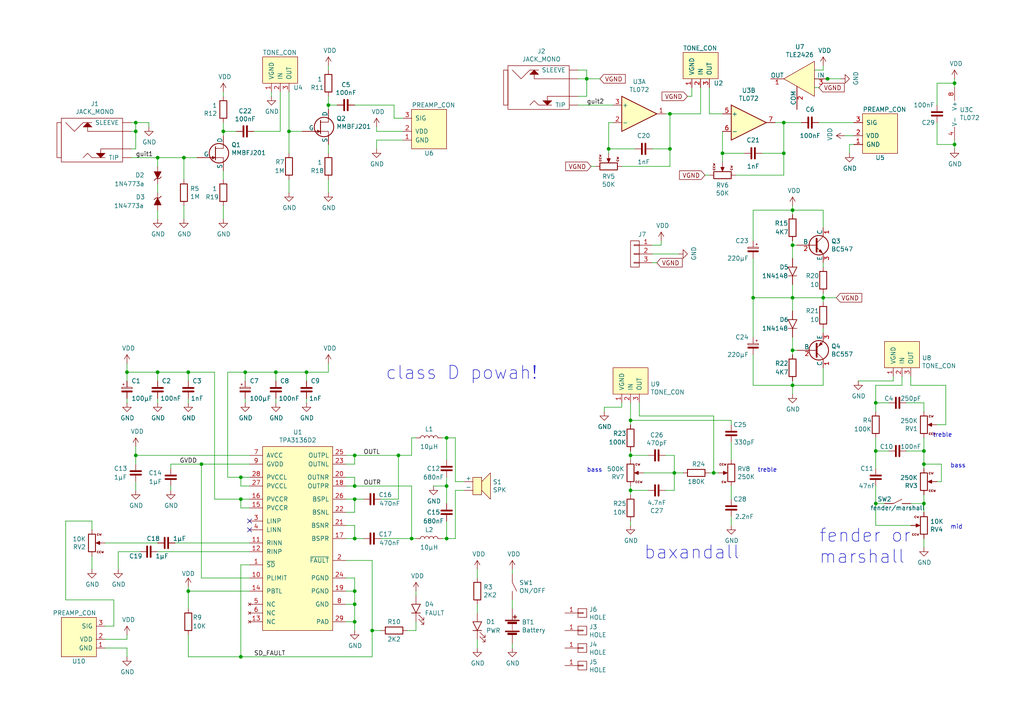
<source format=kicad_sch>
(kicad_sch (version 20211123) (generator eeschema)
  (paper "A4")
  (title_block (title "myAmp - the beginning"))
  (lib_symbols
    (symbol "myAmp:1N4148" (pin_numbers hide) (pin_names (offset 1.016) hide)
      (property "Reference" "D" (at 0 2.54 0))
      (property "Value" "1N4148" (at 0 -2.54 0))
      (symbol "1N4148_1_1"
        (pin passive line (at -3.81 0 0) (length 2.54) (name "K") (number "1"))
        (pin passive line (at 3.81 0 180) (length 2.54) (name "A") (number "2"))
      )
    )
    (symbol "myAmp:BC547" (pin_names (offset 0))
      (property "Reference" "Q" (at 5.08 1.905 0))
      (property "Value" "BC547" (at 5.08 0 0))
      (symbol "BC547_1_1"
        (pin passive line (at 2.54 5.08 270) (length 2.54) (name "C") (number "1"))
        (pin input line (at -5.08 0 0) (length 5.08) (name "B") (number "2"))
        (pin passive line (at 2.54 -5.08 90) (length 2.54) (name "E") (number "3"))
      )
    )
    (symbol "myAmp:BC557" (pin_names (offset 0))
      (property "Reference" "Q" (at 5.08 1.905 0))
      (property "Value" "BC557" (at 5.08 0 0))
      (symbol "BC557_1_1"
        (pin passive line (at 2.54 5.08 270) (length 2.54) (name "C") (number "1"))
        (pin input line (at -5.08 0 0) (length 5.715) (name "B") (number "2"))
        (pin passive line (at 2.54 -5.08 90) (length 2.54) (name "E") (number "3"))
      )
    )
    (symbol "myAmp:Battery" (pin_numbers hide) (pin_names (offset 0) hide)
      (property "Reference" "BT" (at 2.54 2.54 0))
      (property "Value" "Battery" (at 2.54 0 0))
      (symbol "Battery_1_1"
        (pin power_in line (at 0 5.08 270) (length 2.54) (name "+") (number "1"))
        (pin power_in line (at 0 -5.08 90) (length 2.54) (name "-") (number "2"))
      )
    )
    (symbol "myAmp:C" (pin_numbers hide) (pin_names (offset 0.254))
      (property "Reference" "C" (at 0.635 2.54 0))
      (property "Value" "C" (at 0.635 -2.54 0))
      (symbol "C_1_1"
        (pin passive line (at 0 2.54 270) (length 1.778) (name "~") (number "1"))
        (pin passive line (at 0 -2.54 90) (length 1.778) (name "~") (number "2"))
      )
    )
    (symbol "myAmp:CONN_01X03" (pin_names (offset 1.016) hide)
      (property "Reference" "J" (at 0 7.62 0))
      (symbol "CONN_01X03_1_1"
        (pin passive line (at -5.08 2.54 0) (length 3.81) (name "~") (number "1"))
        (pin passive line (at -5.08 0 0) (length 3.81) (name "~") (number "2"))
        (pin passive line (at -5.08 -2.54 0) (length 3.81) (name "~") (number "3"))
      )
    )
    (symbol "myAmp:CPOL" (pin_numbers hide) (pin_names (offset 0.254) hide)
      (property "Reference" "C" (at 0.254 1.778 0))
      (property "Value" "CPOL" (at 0.254 -2.032 0))
      (symbol "CPOL_1_1"
        (pin passive line (at 0 2.54 270) (length 1.8542) (name "~") (number "1"))
        (pin passive line (at 0 -2.54 90) (length 1.8542) (name "~") (number "2"))
      )
    )
    (symbol "myAmp:HOLE" (pin_names (offset 1.016) hide)
      (property "Reference" "J" (at 0 2.54 0))
      (property "Value" "HOLE" (at 2.54 0 90))
      (symbol "HOLE_1_1"
        (pin passive line (at -5.08 0 0) (length 3.81) (name "P1") (number "1"))
      )
    )
    (symbol "myAmp:J201" (pin_numbers hide) (pin_names (offset 0))
      (property "Reference" "Q" (at 5.08 1.905 0))
      (property "Value" "J201" (at 5.08 0 0))
      (symbol "J201_1_1"
        (pin passive line (at 2.54 5.08 270) (length 2.54) (name "D") (number "1"))
        (pin passive line (at 2.54 -5.08 90) (length 2.54) (name "S") (number "2"))
        (pin input line (at -5.08 -1.27 0) (length 5.334) (name "G") (number "3"))
      )
    )
    (symbol "myAmp:JACK_MONO" (pin_numbers hide) (pin_names (offset 1.016))
      (property "Reference" "J" (at 6.35 7.62 0))
      (property "Value" "JACK_MONO" (at -5.08 7.62 0))
      (symbol "JACK_MONO_1_1"
        (pin output line (at 10.16 2.54 180) (length 2.54) (name "~") (number "1"))
        (pin output line (at 10.16 -2.54 180) (length 2.54) (name "~") (number "3"))
        (pin output line (at 10.16 5.08 180) (length 2.54) (name "SLEEVE") (number "4"))
        (pin output line (at 10.16 -5.08 180) (length 2.54) (name "TIP") (number "6"))
      )
    )
    (symbol "myAmp:L" (pin_numbers hide) (pin_names (offset 1.016) hide)
      (property "Reference" "L" (at -1.27 0 90))
      (property "Value" "L" (at 1.905 0 90))
      (symbol "L_1_1"
        (pin passive line (at 0 3.81 270) (length 1.27) (name "1") (number "1"))
        (pin passive line (at 0 -3.81 90) (length 1.27) (name "2") (number "2"))
      )
    )
    (symbol "myAmp:LED" (pin_numbers hide) (pin_names (offset 1.016) hide)
      (property "Reference" "D" (at 0 2.54 0))
      (property "Value" "LED" (at 0 -2.54 0))
      (symbol "LED_1_1"
        (pin passive line (at -3.81 0 0) (length 2.54) (name "K") (number "1"))
        (pin passive line (at 3.81 0 180) (length 2.54) (name "A") (number "2"))
      )
    )
    (symbol "myAmp:PREAMP_CON" (pin_names (offset 1.016))
      (property "Reference" "U" (at -2.54 -7.62 0))
      (property "Value" "PREAMP_CON" (at -1.27 6.35 0))
      (symbol "PREAMP_CON_1_1"
        (pin input line (at -7.62 2.54 0) (length 2.54) (name "GND") (number "1"))
        (pin power_in line (at -7.62 0 0) (length 2.54) (name "VDD") (number "2"))
        (pin input line (at -7.62 -3.81 0) (length 2.54) (name "SIG") (number "3"))
      )
    )
    (symbol "myAmp:R" (pin_numbers hide) (pin_names (offset 0))
      (property "Reference" "R" (at 2.032 0 90))
      (property "Value" "R" (at 0 0 90))
      (symbol "R_1_1"
        (pin passive line (at 0 3.81 270) (length 1.27) (name "~") (number "1"))
        (pin passive line (at 0 -3.81 90) (length 1.27) (name "~") (number "2"))
      )
    )
    (symbol "myAmp:R_POT" (pin_numbers hide) (pin_names (offset 1.016) hide)
      (property "Reference" "RV" (at -4.445 0 90))
      (property "Value" "R_POT" (at -2.54 0 90))
      (symbol "R_POT_0_0"
        (text "ccw" (at 1.27 2.54 0) (effects (font (size 0.762 0.762)) (justify left)))
        (text "cw" (at 1.27 -2.54 0) (effects (font (size 0.762 0.762)) (justify left)))
      )
      (symbol "R_POT_1_1"
        (pin passive line (at 0 3.81 270) (length 1.27) (name "1") (number "1"))
        (pin passive line (at 3.81 0 180) (length 2.032) (name "2") (number "2"))
        (pin passive line (at 0 -3.81 90) (length 1.27) (name "3") (number "3"))
      )
    )
    (symbol "myAmp:SPK" (pin_numbers hide) (pin_names (offset 0))
      (property "Reference" "S" (at 0 3.81 0))
      (property "Value" "SPK" (at 0 -3.81 0))
      (symbol "SPK_1_1"
        (pin passive line (at -3.81 1.27 0) (length 2.54) (name "+") (number "1"))
        (pin passive line (at -3.81 -1.27 0) (length 2.54) (name "-") (number "2"))
      )
    )
    (symbol "myAmp:SW_SIMPLE" (pin_numbers hide) (pin_names (offset 1.016) hide)
      (property "Reference" "SW" (at 0 -1.27 0))
      (property "Value" "SW_SIMPLE" (at 0 2.54 0))
      (symbol "SW_SIMPLE_1_1"
        (pin passive line (at -3.81 0 0) (length 2.54) (name "~") (number "1"))
        (pin passive line (at 3.81 0 180) (length 2.54) (name "~") (number "2"))
      )
    )
    (symbol "myAmp:TL072" (pin_names (offset 0.127))
      (property "Reference" "U" (at 0 5.08 0))
      (property "Value" "TL072" (at 0 -5.08 0))
      (symbol "TL072_1_1"
        (pin output line (at 7.62 0 180) (length 2.54) (name "~") (number "1"))
        (pin input line (at -7.62 -2.54 0) (length 2.54) (name "-") (number "2"))
        (pin input line (at -7.62 2.54 0) (length 2.54) (name "+") (number "3"))
      )
      (symbol "TL072_2_1"
        (pin input line (at -7.62 2.54 0) (length 2.54) (name "+") (number "5"))
        (pin input line (at -7.62 -2.54 0) (length 2.54) (name "-") (number "6"))
        (pin output line (at 7.62 0 180) (length 2.54) (name "~") (number "7"))
      )
      (symbol "TL072_3_1"
        (pin power_in line (at -2.54 -7.62 90) (length 3.81) (name "V-") (number "4"))
        (pin power_in line (at -2.54 7.62 270) (length 3.81) (name "V+") (number "8"))
      )
    )
    (symbol "myAmp:TLE2426" (pin_names (offset 0))
      (property "Reference" "U" (at -6.35 -6.35 0))
      (property "Value" "TLE2426" (at 1.27 5.08 0))
      (symbol "TLE2426_1_1"
        (pin input line (at 7.62 0 180) (length 3.81) (name "OUT") (number "1"))
        (pin input line (at 0 -8.89 90) (length 6.7056) (name "COM") (number "2"))
        (pin input line (at -8.89 0 0) (length 3.81) (name "IN") (number "3"))
      )
    )
    (symbol "myAmp:TONE_CON" (pin_names (offset 1.016))
      (property "Reference" "U" (at 1.27 -6.35 0))
      (property "Value" "TONE_CON" (at 1.27 6.35 0))
      (symbol "TONE_CON_1_1"
        (pin input line (at -3.81 2.54 0) (length 2.54) (name "VGND") (number "1"))
        (pin input line (at -3.81 0 0) (length 2.54) (name "IN") (number "2"))
        (pin input line (at -3.81 -2.54 0) (length 2.54) (name "OUT") (number "3"))
      )
    )
    (symbol "myAmp:TPA3136D2" (pin_names (offset 1.016))
      (property "Reference" "U" (at 0 27.94 0))
      (property "Value" "TPA3136D2" (at 0 -27.94 0))
      (symbol "TPA3136D2_1_1"
        (pin input line (at -13.97 -7.62 0) (length 3.81) (name "~{SD}") (number "1"))
        (pin input line (at -13.97 -11.43 0) (length 3.81) (name "PLIMIT") (number "10"))
        (pin input line (at -13.97 -1.27 0) (length 3.81) (name "RINN") (number "11"))
        (pin input line (at -13.97 -3.81 0) (length 3.81) (name "RINP") (number "12"))
        (pin no_connect line (at -13.97 -24.13 0) (length 3.81) (name "NC") (number "13"))
        (pin input line (at -13.97 -15.24 0) (length 3.81) (name "PBTL") (number "14"))
        (pin power_in line (at -13.97 8.89 0) (length 3.81) (name "PVCCR") (number "15"))
        (pin power_in line (at -13.97 11.43 0) (length 3.81) (name "PVCCR") (number "16"))
        (pin bidirectional line (at 13.97 0 180) (length 3.81) (name "BSPR") (number "17"))
        (pin output line (at 13.97 15.24 180) (length 3.81) (name "OUTPR") (number "18"))
        (pin power_in line (at 13.97 -15.24 180) (length 3.81) (name "PGND") (number "19"))
        (pin output line (at 13.97 -6.35 180) (length 3.81) (name "~{FAULT}") (number "2"))
        (pin output line (at 13.97 17.78 180) (length 3.81) (name "OUTNR") (number "20"))
        (pin bidirectional line (at 13.97 3.81 180) (length 3.81) (name "BSNR") (number "21"))
        (pin bidirectional line (at 13.97 7.62 180) (length 3.81) (name "BSNL") (number "22"))
        (pin output line (at 13.97 21.59 180) (length 3.81) (name "OUTNL") (number "23"))
        (pin power_in line (at 13.97 -11.43 180) (length 3.81) (name "PGND") (number "24"))
        (pin output line (at 13.97 24.13 180) (length 3.81) (name "OUTPL") (number "25"))
        (pin bidirectional line (at 13.97 11.43 180) (length 3.81) (name "BSPL") (number "26"))
        (pin power_in line (at -13.97 15.24 0) (length 3.81) (name "PVCCL") (number "27"))
        (pin power_in line (at -13.97 17.78 0) (length 3.81) (name "PVCCL") (number "28"))
        (pin power_in line (at 13.97 -24.13 180) (length 3.81) (name "PAD") (number "29"))
        (pin input line (at -13.97 5.08 0) (length 3.81) (name "LINP") (number "3"))
        (pin input line (at -13.97 2.54 0) (length 3.81) (name "LINN") (number "4"))
        (pin no_connect line (at -13.97 -19.05 0) (length 3.81) (name "NC") (number "5"))
        (pin no_connect line (at -13.97 -21.59 0) (length 3.81) (name "NC") (number "6"))
        (pin power_in line (at -13.97 24.13 0) (length 3.81) (name "AVCC") (number "7"))
        (pin power_in line (at 13.97 -19.05 180) (length 3.81) (name "GND") (number "8"))
        (pin power_in line (at -13.97 21.59 0) (length 3.81) (name "GVDD") (number "9"))
      )
    )
    (symbol "myAmp:Zener" (pin_numbers hide) (pin_names (offset 1.016) hide)
      (property "Reference" "D" (at 0 2.54 0))
      (property "Value" "Zener" (at 0 -2.54 0))
      (symbol "Zener_1_1"
        (pin passive line (at -2.54 0 0) (length 1.524) (name "K") (number "1"))
        (pin passive line (at 2.54 0 180) (length 1.524) (name "A") (number "2"))
      )
    )
    (symbol "power:GND" (power) (pin_names (offset 0))
      (property "Value" "GND" (at 0 -3.81 0))
      (symbol "GND_1_1"
        (pin power_in line (at 0 0 270) (length 0) hide (name "GND") (number "1"))
      )
    )
    (symbol "power:VDD" (power) (pin_names (offset 0))
      (property "Value" "VDD" (at 0 3.81 0))
      (symbol "VDD_1_1"
        (pin power_in line (at 0 0 90) (length 0) hide (name "VDD") (number "1"))
      )
    )
  )
  (junction (at 267.97 134.62))
  (junction (at 229.87 86.36))
  (junction (at 182.88 121.92))
  (junction (at 229.87 60.96))
  (junction (at 218.44 86.36))
  (junction (at 115.57 132.08))
  (junction (at 39.37 38.1))
  (junction (at 69.85 144.78))
  (junction (at 182.88 142.24))
  (junction (at 54.61 171.45))
  (junction (at 194.31 33.02))
  (junction (at 119.38 156.21))
  (junction (at 102.87 132.08))
  (junction (at 102.87 175.26))
  (junction (at 95.25 30.48))
  (junction (at 254 130.81))
  (junction (at 54.61 107.95))
  (junction (at 240.03 22.86))
  (junction (at 102.87 140.97))
  (junction (at 45.72 45.72))
  (junction (at 176.53 43.18))
  (junction (at 64.77 38.1))
  (junction (at 129.54 156.21))
  (junction (at 36.83 107.95))
  (junction (at 254 146.05))
  (junction (at 207.01 137.16))
  (junction (at 45.72 107.95))
  (junction (at 229.87 111.76))
  (junction (at 209.55 44.45))
  (junction (at 102.87 171.45))
  (junction (at 39.37 132.08))
  (junction (at 80.01 107.95))
  (junction (at 267.97 146.05))
  (junction (at 102.87 144.78))
  (junction (at 170.18 22.86))
  (junction (at 129.54 127))
  (junction (at 53.34 45.72))
  (junction (at 69.85 138.43))
  (junction (at 254 116.84))
  (junction (at 102.87 180.34))
  (junction (at 107.95 182.88))
  (junction (at 83.82 38.1))
  (junction (at 129.54 140.97))
  (junction (at 267.97 130.81))
  (junction (at 71.12 107.95))
  (junction (at 276.86 41.91))
  (junction (at 227.33 35.56))
  (junction (at 39.37 35.56))
  (junction (at 102.87 156.21))
  (junction (at 238.76 86.36))
  (junction (at 276.86 24.13))
  (junction (at 229.87 71.12))
  (junction (at 227.33 44.45))
  (junction (at 88.9 107.95))
  (junction (at 58.42 134.62))
  (junction (at 69.85 190.5))
  (junction (at 182.88 132.08))
  (junction (at 229.87 101.6))
  (junction (at 194.31 43.18))
  (junction (at 195.58 137.16))
  (no_connect (at 72.39 151.13))
  (no_connect (at 72.39 153.67))
  (wire (pts (xy 276.86 22.86) (xy 276.86 24.13)))
  (wire (pts (xy 64.77 59.69) (xy 64.77 63.5)))
  (wire (pts (xy 231.14 71.12) (xy 229.87 71.12)))
  (wire (pts (xy 182.88 121.92) (xy 182.88 123.19)))
  (wire (pts (xy 36.83 187.96) (xy 36.83 190.5)))
  (wire (pts (xy 120.65 180.34) (xy 120.65 182.88)))
  (wire (pts (xy 116.84 34.29) (xy 114.3 34.29)))
  (wire (pts (xy 259.08 110.49) (xy 248.92 110.49)))
  (wire (pts (xy 39.37 35.56) (xy 43.18 35.56)))
  (wire (pts (xy 30.48 181.61) (xy 33.02 181.61)))
  (wire (pts (xy 218.44 97.79) (xy 218.44 86.36)))
  (wire (pts (xy 72.39 163.83) (xy 69.85 163.83)))
  (wire (pts (xy 132.08 139.7) (xy 134.62 139.7)))
  (wire (pts (xy 246.38 41.91) (xy 246.38 44.45)))
  (wire (pts (xy 182.88 140.97) (xy 182.88 142.24)))
  (wire (pts (xy 49.53 140.97) (xy 49.53 142.24)))
  (wire (pts (xy 194.31 33.02) (xy 193.04 33.02)))
  (wire (pts (xy 187.96 142.24) (xy 182.88 142.24)))
  (wire (pts (xy 254 116.84) (xy 254 119.38)))
  (wire (pts (xy 128.27 156.21) (xy 129.54 156.21)))
  (wire (pts (xy 43.18 35.56) (xy 43.18 36.83)))
  (wire (pts (xy 72.39 132.08) (xy 39.37 132.08)))
  (wire (pts (xy 267.97 127) (xy 267.97 130.81)))
  (wire (pts (xy 69.85 140.97) (xy 72.39 140.97)))
  (wire (pts (xy 176.53 43.18) (xy 176.53 44.45)))
  (wire (pts (xy 180.34 118.11) (xy 175.26 118.11)))
  (wire (pts (xy 58.42 134.62) (xy 49.53 134.62)))
  (wire (pts (xy 128.27 127) (xy 129.54 127)))
  (wire (pts (xy 148.59 186.69) (xy 148.59 187.96)))
  (wire (pts (xy 229.87 69.85) (xy 229.87 71.12)))
  (wire (pts (xy 69.85 144.78) (xy 62.23 144.78)))
  (wire (pts (xy 102.87 144.78) (xy 102.87 148.59)))
  (wire (pts (xy 229.87 86.36) (xy 238.76 86.36)))
  (wire (pts (xy 231.14 101.6) (xy 229.87 101.6)))
  (wire (pts (xy 205.74 137.16) (xy 207.01 137.16)))
  (wire (pts (xy 100.33 134.62) (xy 102.87 134.62)))
  (wire (pts (xy 71.12 107.95) (xy 71.12 110.49)))
  (wire (pts (xy 36.83 185.42) (xy 36.83 184.15)))
  (wire (pts (xy 102.87 156.21) (xy 105.41 156.21)))
  (wire (pts (xy 66.04 107.95) (xy 71.12 107.95)))
  (wire (pts (xy 271.78 35.56) (xy 271.78 41.91)))
  (wire (pts (xy 195.58 142.24) (xy 195.58 137.16)))
  (wire (pts (xy 207.01 137.16) (xy 208.28 137.16)))
  (wire (pts (xy 107.95 162.56) (xy 100.33 162.56)))
  (wire (pts (xy 39.37 35.56) (xy 39.37 38.1)))
  (wire (pts (xy 238.76 86.36) (xy 242.57 86.36)))
  (wire (pts (xy 102.87 156.21) (xy 100.33 156.21)))
  (wire (pts (xy 83.82 38.1) (xy 87.63 38.1)))
  (wire (pts (xy 26.67 153.67) (xy 26.67 151.13)))
  (wire (pts (xy 229.87 62.23) (xy 229.87 60.96)))
  (wire (pts (xy 262.89 116.84) (xy 267.97 116.84)))
  (wire (pts (xy 229.87 114.3) (xy 229.87 111.76)))
  (wire (pts (xy 36.83 107.95) (xy 45.72 107.95)))
  (wire (pts (xy 69.85 138.43) (xy 66.04 138.43)))
  (wire (pts (xy 83.82 26.67) (xy 83.82 38.1)))
  (wire (pts (xy 205.74 25.4) (xy 205.74 33.02)))
  (wire (pts (xy 64.77 26.67) (xy 64.77 27.94)))
  (wire (pts (xy 88.9 107.95) (xy 88.9 110.49)))
  (wire (pts (xy 102.87 175.26) (xy 102.87 180.34)))
  (wire (pts (xy 72.39 138.43) (xy 69.85 138.43)))
  (wire (pts (xy 236.22 22.86) (xy 240.03 22.86)))
  (wire (pts (xy 189.23 71.12) (xy 191.77 71.12)))
  (wire (pts (xy 256.54 146.05) (xy 254 146.05)))
  (wire (pts (xy 129.54 140.97) (xy 125.73 140.97)))
  (wire (pts (xy 274.32 111.76) (xy 264.16 111.76)))
  (wire (pts (xy 95.25 41.91) (xy 95.25 44.45)))
  (wire (pts (xy 273.05 139.7) (xy 273.05 134.62)))
  (wire (pts (xy 175.26 118.11) (xy 175.26 119.38)))
  (wire (pts (xy 194.31 48.26) (xy 194.31 43.18)))
  (wire (pts (xy 102.87 134.62) (xy 102.87 132.08)))
  (wire (pts (xy 71.12 107.95) (xy 80.01 107.95)))
  (wire (pts (xy 207.01 120.65) (xy 207.01 137.16)))
  (wire (pts (xy 218.44 74.93) (xy 218.44 86.36)))
  (wire (pts (xy 274.32 111.76) (xy 274.32 123.19)))
  (wire (pts (xy 102.87 132.08) (xy 115.57 132.08)))
  (wire (pts (xy 110.49 144.78) (xy 115.57 144.78)))
  (wire (pts (xy 254 130.81) (xy 257.81 130.81)))
  (wire (pts (xy 62.23 144.78) (xy 62.23 107.95)))
  (wire (pts (xy 271.78 41.91) (xy 276.86 41.91)))
  (wire (pts (xy 39.37 43.18) (xy 38.1 43.18)))
  (wire (pts (xy 120.65 171.45) (xy 120.65 172.72)))
  (wire (pts (xy 69.85 147.32) (xy 72.39 147.32)))
  (wire (pts (xy 229.87 60.96) (xy 229.87 59.69)))
  (wire (pts (xy 45.72 45.72) (xy 38.1 45.72)))
  (wire (pts (xy 267.97 116.84) (xy 267.97 119.38)))
  (wire (pts (xy 119.38 132.08) (xy 119.38 127)))
  (wire (pts (xy 69.85 163.83) (xy 69.85 190.5)))
  (wire (pts (xy 148.59 165.1) (xy 148.59 166.37)))
  (wire (pts (xy 148.59 173.99) (xy 148.59 176.53)))
  (wire (pts (xy 182.88 142.24) (xy 182.88 143.51)))
  (wire (pts (xy 45.72 115.57) (xy 45.72 116.84)))
  (wire (pts (xy 236.22 25.4) (xy 237.49 25.4)))
  (wire (pts (xy 49.53 134.62) (xy 49.53 135.89)))
  (wire (pts (xy 254 116.84) (xy 254 111.76)))
  (wire (pts (xy 66.04 138.43) (xy 66.04 107.95)))
  (wire (pts (xy 220.98 44.45) (xy 227.33 44.45)))
  (wire (pts (xy 88.9 107.95) (xy 95.25 107.95)))
  (wire (pts (xy 102.87 167.64) (xy 102.87 171.45)))
  (wire (pts (xy 170.18 20.32) (xy 170.18 22.86)))
  (wire (pts (xy 184.15 43.18) (xy 176.53 43.18)))
  (wire (pts (xy 64.77 38.1) (xy 68.58 38.1)))
  (wire (pts (xy 39.37 139.7) (xy 39.37 142.24)))
  (wire (pts (xy 129.54 138.43) (xy 129.54 140.97)))
  (wire (pts (xy 34.29 160.02) (xy 34.29 165.1)))
  (wire (pts (xy 83.82 52.07) (xy 83.82 55.88)))
  (wire (pts (xy 218.44 60.96) (xy 218.44 69.85)))
  (wire (pts (xy 170.18 22.86) (xy 173.99 22.86)))
  (wire (pts (xy 115.57 132.08) (xy 119.38 132.08)))
  (wire (pts (xy 240.03 22.86) (xy 243.84 22.86)))
  (wire (pts (xy 212.09 123.19) (xy 212.09 121.92)))
  (wire (pts (xy 107.95 182.88) (xy 107.95 162.56)))
  (wire (pts (xy 26.67 161.29) (xy 26.67 165.1)))
  (wire (pts (xy 254 116.84) (xy 257.81 116.84)))
  (wire (pts (xy 215.9 44.45) (xy 209.55 44.45)))
  (wire (pts (xy 194.31 43.18) (xy 194.31 33.02)))
  (wire (pts (xy 110.49 182.88) (xy 107.95 182.88)))
  (wire (pts (xy 100.33 175.26) (xy 102.87 175.26)))
  (wire (pts (xy 100.33 138.43) (xy 102.87 138.43)))
  (wire (pts (xy 102.87 171.45) (xy 102.87 175.26)))
  (wire (pts (xy 80.01 115.57) (xy 80.01 116.84)))
  (wire (pts (xy 276.86 40.64) (xy 276.86 41.91)))
  (wire (pts (xy 36.83 107.95) (xy 36.83 110.49)))
  (wire (pts (xy 189.23 76.2) (xy 190.5 76.2)))
  (wire (pts (xy 102.87 30.48) (xy 114.3 30.48)))
  (wire (pts (xy 100.33 132.08) (xy 102.87 132.08)))
  (wire (pts (xy 212.09 149.86) (xy 212.09 152.4)))
  (wire (pts (xy 254 130.81) (xy 254 135.89)))
  (wire (pts (xy 167.64 20.32) (xy 170.18 20.32)))
  (wire (pts (xy 64.77 52.07) (xy 64.77 49.53)))
  (wire (pts (xy 218.44 86.36) (xy 229.87 86.36)))
  (wire (pts (xy 129.54 127) (xy 132.08 127)))
  (wire (pts (xy 229.87 71.12) (xy 229.87 74.93)))
  (wire (pts (xy 71.12 115.57) (xy 71.12 116.84)))
  (wire (pts (xy 195.58 132.08) (xy 193.04 132.08)))
  (wire (pts (xy 203.2 33.02) (xy 194.31 33.02)))
  (wire (pts (xy 110.49 156.21) (xy 119.38 156.21)))
  (wire (pts (xy 100.33 140.97) (xy 102.87 140.97)))
  (wire (pts (xy 54.61 190.5) (xy 69.85 190.5)))
  (wire (pts (xy 238.76 106.68) (xy 238.76 111.76)))
  (wire (pts (xy 182.88 116.84) (xy 182.88 121.92)))
  (wire (pts (xy 54.61 170.18) (xy 54.61 171.45)))
  (wire (pts (xy 95.25 20.32) (xy 95.25 19.05)))
  (wire (pts (xy 218.44 111.76) (xy 218.44 102.87)))
  (wire (pts (xy 100.33 167.64) (xy 102.87 167.64)))
  (wire (pts (xy 264.16 146.05) (xy 267.97 146.05)))
  (wire (pts (xy 102.87 148.59) (xy 100.33 148.59)))
  (wire (pts (xy 95.25 52.07) (xy 95.25 55.88)))
  (wire (pts (xy 45.72 107.95) (xy 54.61 107.95)))
  (wire (pts (xy 81.28 38.1) (xy 81.28 26.67)))
  (wire (pts (xy 271.78 24.13) (xy 276.86 24.13)))
  (wire (pts (xy 45.72 160.02) (xy 72.39 160.02)))
  (wire (pts (xy 182.88 132.08) (xy 187.96 132.08)))
  (wire (pts (xy 138.43 185.42) (xy 138.43 187.96)))
  (wire (pts (xy 33.02 173.99) (xy 19.05 173.99)))
  (wire (pts (xy 109.22 38.1) (xy 109.22 36.83)))
  (wire (pts (xy 267.97 143.51) (xy 267.97 146.05)))
  (wire (pts (xy 100.33 171.45) (xy 102.87 171.45)))
  (wire (pts (xy 119.38 156.21) (xy 120.65 156.21)))
  (wire (pts (xy 229.87 97.79) (xy 229.87 101.6)))
  (wire (pts (xy 116.84 40.64) (xy 109.22 40.64)))
  (wire (pts (xy 271.78 139.7) (xy 273.05 139.7)))
  (wire (pts (xy 177.8 35.56) (xy 176.53 35.56)))
  (wire (pts (xy 261.62 111.76) (xy 261.62 109.22)))
  (wire (pts (xy 185.42 120.65) (xy 207.01 120.65)))
  (wire (pts (xy 102.87 138.43) (xy 102.87 140.97)))
  (wire (pts (xy 109.22 40.64) (xy 109.22 43.18)))
  (wire (pts (xy 39.37 132.08) (xy 39.37 134.62)))
  (wire (pts (xy 238.76 111.76) (xy 229.87 111.76)))
  (wire (pts (xy 224.79 35.56) (xy 227.33 35.56)))
  (wire (pts (xy 189.23 73.66) (xy 196.85 73.66)))
  (wire (pts (xy 54.61 107.95) (xy 54.61 110.49)))
  (wire (pts (xy 45.72 45.72) (xy 45.72 48.26)))
  (wire (pts (xy 273.05 134.62) (xy 267.97 134.62)))
  (wire (pts (xy 95.25 30.48) (xy 95.25 31.75)))
  (wire (pts (xy 54.61 115.57) (xy 54.61 116.84)))
  (wire (pts (xy 205.74 50.8) (xy 204.47 50.8)))
  (wire (pts (xy 267.97 146.05) (xy 267.97 148.59)))
  (wire (pts (xy 238.76 60.96) (xy 238.76 66.04)))
  (wire (pts (xy 238.76 86.36) (xy 238.76 87.63)))
  (wire (pts (xy 129.54 140.97) (xy 129.54 146.05)))
  (wire (pts (xy 36.83 105.41) (xy 36.83 107.95)))
  (wire (pts (xy 254 111.76) (xy 261.62 111.76)))
  (wire (pts (xy 254 127) (xy 254 130.81)))
  (wire (pts (xy 229.87 82.55) (xy 229.87 86.36)))
  (wire (pts (xy 193.04 142.24) (xy 195.58 142.24)))
  (wire (pts (xy 69.85 138.43) (xy 69.85 140.97)))
  (wire (pts (xy 19.05 151.13) (xy 26.67 151.13)))
  (wire (pts (xy 170.18 22.86) (xy 170.18 27.94)))
  (wire (pts (xy 53.34 45.72) (xy 45.72 45.72)))
  (wire (pts (xy 95.25 107.95) (xy 95.25 105.41)))
  (wire (pts (xy 100.33 144.78) (xy 102.87 144.78)))
  (wire (pts (xy 212.09 128.27) (xy 212.09 133.35)))
  (wire (pts (xy 73.66 38.1) (xy 81.28 38.1)))
  (wire (pts (xy 129.54 127) (xy 129.54 133.35)))
  (wire (pts (xy 138.43 175.26) (xy 138.43 177.8)))
  (wire (pts (xy 33.02 181.61) (xy 33.02 173.99)))
  (wire (pts (xy 72.39 171.45) (xy 54.61 171.45)))
  (wire (pts (xy 259.08 109.22) (xy 259.08 110.49)))
  (wire (pts (xy 72.39 144.78) (xy 69.85 144.78)))
  (wire (pts (xy 69.85 144.78) (xy 69.85 147.32)))
  (wire (pts (xy 39.37 129.54) (xy 39.37 132.08)))
  (wire (pts (xy 114.3 34.29) (xy 114.3 30.48)))
  (wire (pts (xy 116.84 38.1) (xy 109.22 38.1)))
  (wire (pts (xy 54.61 171.45) (xy 54.61 176.53)))
  (wire (pts (xy 57.15 45.72) (xy 53.34 45.72)))
  (wire (pts (xy 36.83 115.57) (xy 36.83 116.84)))
  (wire (pts (xy 132.08 127) (xy 132.08 139.7)))
  (wire (pts (xy 38.1 35.56) (xy 39.37 35.56)))
  (wire (pts (xy 229.87 111.76) (xy 218.44 111.76)))
  (wire (pts (xy 45.72 63.5) (xy 45.72 60.96)))
  (wire (pts (xy 271.78 30.48) (xy 271.78 24.13)))
  (wire (pts (xy 39.37 38.1) (xy 39.37 43.18)))
  (wire (pts (xy 238.76 95.25) (xy 238.76 96.52)))
  (wire (pts (xy 72.39 167.64) (xy 58.42 167.64)))
  (wire (pts (xy 134.62 142.24) (xy 132.08 142.24)))
  (wire (pts (xy 182.88 151.13) (xy 182.88 152.4)))
  (wire (pts (xy 186.69 137.16) (xy 195.58 137.16)))
  (wire (pts (xy 237.49 35.56) (xy 247.65 35.56)))
  (wire (pts (xy 102.87 140.97) (xy 119.38 140.97)))
  (wire (pts (xy 200.66 25.4) (xy 200.66 27.94)))
  (wire (pts (xy 276.86 24.13) (xy 276.86 25.4)))
  (wire (pts (xy 229.87 101.6) (xy 229.87 102.87)))
  (wire (pts (xy 102.87 180.34) (xy 102.87 182.88)))
  (wire (pts (xy 62.23 107.95) (xy 54.61 107.95)))
  (wire (pts (xy 138.43 165.1) (xy 138.43 167.64)))
  (wire (pts (xy 254 152.4) (xy 264.16 152.4)))
  (wire (pts (xy 267.97 130.81) (xy 267.97 134.62)))
  (wire (pts (xy 105.41 144.78) (xy 102.87 144.78)))
  (wire (pts (xy 100.33 152.4) (xy 102.87 152.4)))
  (wire (pts (xy 185.42 116.84) (xy 185.42 120.65)))
  (wire (pts (xy 38.1 38.1) (xy 39.37 38.1)))
  (wire (pts (xy 119.38 140.97) (xy 119.38 156.21)))
  (wire (pts (xy 129.54 156.21) (xy 132.08 156.21)))
  (wire (pts (xy 72.39 134.62) (xy 58.42 134.62)))
  (wire (pts (xy 213.36 50.8) (xy 227.33 50.8)))
  (wire (pts (xy 176.53 35.56) (xy 176.53 43.18)))
  (wire (pts (xy 129.54 151.13) (xy 129.54 156.21)))
  (wire (pts (xy 102.87 152.4) (xy 102.87 156.21)))
  (wire (pts (xy 276.86 41.91) (xy 276.86 43.18)))
  (wire (pts (xy 30.48 157.48) (xy 45.72 157.48)))
  (wire (pts (xy 95.25 30.48) (xy 97.79 30.48)))
  (wire (pts (xy 53.34 45.72) (xy 53.34 52.07)))
  (wire (pts (xy 229.87 86.36) (xy 229.87 90.17)))
  (wire (pts (xy 195.58 137.16) (xy 195.58 132.08)))
  (wire (pts (xy 191.77 69.85) (xy 191.77 71.12)))
  (wire (pts (xy 120.65 182.88) (xy 118.11 182.88)))
  (wire (pts (xy 69.85 190.5) (xy 107.95 190.5)))
  (wire (pts (xy 80.01 107.95) (xy 80.01 110.49)))
  (wire (pts (xy 189.23 43.18) (xy 194.31 43.18)))
  (wire (pts (xy 247.65 39.37) (xy 245.11 39.37)))
  (wire (pts (xy 209.55 38.1) (xy 209.55 44.45)))
  (wire (pts (xy 267.97 134.62) (xy 267.97 135.89)))
  (wire (pts (xy 227.33 44.45) (xy 227.33 50.8)))
  (wire (pts (xy 78.74 26.67) (xy 78.74 27.94)))
  (wire (pts (xy 182.88 132.08) (xy 182.88 133.35)))
  (wire (pts (xy 180.34 48.26) (xy 194.31 48.26)))
  (wire (pts (xy 236.22 20.32) (xy 238.76 20.32)))
  (wire (pts (xy 100.33 180.34) (xy 102.87 180.34)))
  (wire (pts (xy 30.48 185.42) (xy 36.83 185.42)))
  (wire (pts (xy 170.18 27.94) (xy 167.64 27.94)))
  (wire (pts (xy 80.01 107.95) (xy 88.9 107.95)))
  (wire (pts (xy 58.42 134.62) (xy 58.42 167.64)))
  (wire (pts (xy 227.33 35.56) (xy 232.41 35.56)))
  (wire (pts (xy 267.97 156.21) (xy 267.97 158.75)))
  (wire (pts (xy 167.64 30.48) (xy 177.8 30.48)))
  (wire (pts (xy 229.87 110.49) (xy 229.87 111.76)))
  (wire (pts (xy 115.57 144.78) (xy 115.57 132.08)))
  (wire (pts (xy 227.33 35.56) (xy 227.33 44.45)))
  (wire (pts (xy 54.61 184.15) (xy 54.61 190.5)))
  (wire (pts (xy 247.65 41.91) (xy 246.38 41.91)))
  (wire (pts (xy 50.8 157.48) (xy 72.39 157.48)))
  (wire (pts (xy 238.76 85.09) (xy 238.76 86.36)))
  (wire (pts (xy 209.55 44.45) (xy 209.55 46.99)))
  (wire (pts (xy 45.72 53.34) (xy 45.72 55.88)))
  (wire (pts (xy 45.72 107.95) (xy 45.72 110.49)))
  (wire (pts (xy 254 140.97) (xy 254 146.05)))
  (wire (pts (xy 238.76 76.2) (xy 238.76 77.47)))
  (wire (pts (xy 88.9 115.57) (xy 88.9 116.84)))
  (wire (pts (xy 19.05 173.99) (xy 19.05 151.13)))
  (wire (pts (xy 119.38 127) (xy 120.65 127)))
  (wire (pts (xy 64.77 35.56) (xy 64.77 38.1)))
  (wire (pts (xy 238.76 60.96) (xy 229.87 60.96)))
  (wire (pts (xy 264.16 111.76) (xy 264.16 109.22)))
  (wire (pts (xy 170.18 22.86) (xy 167.64 22.86)))
  (wire (pts (xy 95.25 27.94) (xy 95.25 30.48)))
  (wire (pts (xy 107.95 190.5) (xy 107.95 182.88)))
  (wire (pts (xy 274.32 123.19) (xy 271.78 123.19)))
  (wire (pts (xy 132.08 142.24) (xy 132.08 156.21)))
  (wire (pts (xy 205.74 33.02) (xy 209.55 33.02)))
  (wire (pts (xy 262.89 130.81) (xy 267.97 130.81)))
  (wire (pts (xy 203.2 25.4) (xy 203.2 33.02)))
  (wire (pts (xy 254 146.05) (xy 254 152.4)))
  (wire (pts (xy 212.09 140.97) (xy 212.09 144.78)))
  (wire (pts (xy 200.66 27.94) (xy 199.39 27.94)))
  (wire (pts (xy 182.88 130.81) (xy 182.88 132.08)))
  (wire (pts (xy 83.82 44.45) (xy 83.82 38.1)))
  (wire (pts (xy 198.12 137.16) (xy 195.58 137.16)))
  (wire (pts (xy 64.77 38.1) (xy 64.77 39.37)))
  (wire (pts (xy 238.76 19.05) (xy 238.76 20.32)))
  (wire (pts (xy 30.48 187.96) (xy 36.83 187.96)))
  (wire (pts (xy 182.88 121.92) (xy 212.09 121.92)))
  (wire (pts (xy 53.34 59.69) (xy 53.34 63.5)))
  (wire (pts (xy 180.34 118.11) (xy 180.34 116.84)))
  (wire (pts (xy 172.72 48.26) (xy 171.45 48.26)))
  (wire (pts (xy 229.87 60.96) (xy 218.44 60.96)))
  (wire (pts (xy 34.29 160.02) (xy 40.64 160.02)))
  (text "baxandall" (at 186.69 162.56 0) (effects (font (size 3.81 3.81)) (justify left bottom)))
  (text "class D powah!" (at 111.76 110.49 0) (effects (font (size 3.81 3.81)) (justify left bottom)))
  (text "bass" (at 170.18 137.16 0) (effects (font (size 1.27 1.27)) (justify left bottom)))
  (text "fender or\nmarshall" (at 237.49 163.83 0) (effects (font (size 3.81 3.81)) (justify left bottom)))
  (text "mid" (at 275.59 153.67 0) (effects (font (size 1.27 1.27)) (justify left bottom)))
  (text "treble" (at 270.51 127 0) (effects (font (size 1.27 1.27)) (justify left bottom)))
  (text "bass" (at 275.59 135.89 0) (effects (font (size 1.27 1.27)) (justify left bottom)))
  (text "treble" (at 219.71 137.16 0) (effects (font (size 1.27 1.27)) (justify left bottom)))
  (label "guit2" (at 170.18 30.48 0))
  (label "guit1" (at 39.37 45.72 0))
  (label "GVDD" (at 52.07 134.62 0))
  (label "SD_FAULT" (at 73.66 190.5 0))
  (label "OUTR" (at 105.41 140.97 0))
  (label "OUTL" (at 105.41 132.08 0))
  (global_label "VGND" (shape input) (at 199.39 27.94 180) (property "Intersheet References" "${INTERSHEET_REFS}" (effects hide)))
  (global_label "VGND" (shape input) (at 204.47 50.8 180) (property "Intersheet References" "${INTERSHEET_REFS}" (effects hide)))
  (global_label "VGND" (shape input) (at 190.5 76.2 0) (property "Intersheet References" "${INTERSHEET_REFS}" (effects hide)))
  (global_label "VGND" (shape input) (at 173.99 22.86 0) (property "Intersheet References" "${INTERSHEET_REFS}" (effects hide)))
  (global_label "VGND" (shape input) (at 242.57 86.36 0) (property "Intersheet References" "${INTERSHEET_REFS}" (effects hide)))
  (global_label "VGND" (shape input) (at 171.45 48.26 180) (property "Intersheet References" "${INTERSHEET_REFS}" (effects hide)))
  (global_label "VGND" (shape input) (at 237.49 25.4 0) (property "Intersheet References" "${INTERSHEET_REFS}" (effects hide)))
  (symbol (lib_id "myAmp:TPA3136D2") (at 86.36 156.21 0) (unit 1)
    (property "Reference" "U1" (at 86.36 125.349 0))
    (property "Value" "TPA3136D2" (at 86.36 127.6604 0))
    (property "Footprint" "myAmp:HTSSOP-28_4.4x9.7mm_Pitch0.65mm_ThermalPad" (effects hide))
  )
  (symbol (lib_id "myAmp:HOLE") (at 168.91 177.8 0) (unit 1)
    (property "Reference" "J6" (at 170.8658 176.7586 0) (effects (justify left)))
    (property "Value" "HOLE" (at 170.8658 179.07 0) (effects (justify left)))
    (property "Footprint" "myAmp:MountingHole" (effects hide))
  )
  (symbol (lib_id "myAmp:HOLE") (at 168.91 182.88 0) (unit 1)
    (property "Reference" "J3" (at 170.8658 181.8386 0) (effects (justify left)))
    (property "Value" "HOLE" (at 170.8658 184.15 0) (effects (justify left)))
    (property "Footprint" "myAmp:MountingHole" (effects hide))
  )
  (symbol (lib_id "myAmp:HOLE") (at 168.91 187.96 0) (unit 1)
    (property "Reference" "J4" (at 170.8658 186.9186 0) (effects (justify left)))
    (property "Value" "HOLE" (at 170.8658 189.23 0) (effects (justify left)))
    (property "Footprint" "myAmp:MountingHole" (effects hide))
  )
  (symbol (lib_id "myAmp:HOLE") (at 168.91 193.04 0) (unit 1)
    (property "Reference" "J5" (at 170.8658 191.9986 0) (effects (justify left)))
    (property "Value" "HOLE" (at 170.8658 194.31 0) (effects (justify left)))
    (property "Footprint" "myAmp:MountingHole" (effects hide))
  )
  (symbol (lib_id "myAmp:C") (at 39.37 137.16 0) (unit 1)
    (property "Reference" "C13" (at 33.02 135.89 0) (effects (justify left)))
    (property "Value" "1μF" (at 33.02 138.43 0) (effects (justify left)))
    (property "Footprint" "myAmp:C_1206" (effects hide))
  )
  (symbol (lib_id "myAmp:C") (at 49.53 138.43 0) (unit 1)
    (property "Reference" "C14" (at 46.99 137.16 0) (effects (justify right)))
    (property "Value" "1μF" (at 46.99 139.7 0) (effects (justify right)))
    (property "Footprint" "myAmp:C_1206" (effects hide))
  )
  (symbol (lib_id "myAmp:R") (at 54.61 180.34 0) (unit 1)
    (property "Reference" "R9" (at 55.88 179.07 0) (effects (justify left)))
    (property "Value" "10K" (at 55.88 181.61 0) (effects (justify left)))
    (property "Footprint" "myAmp:R_0805" (effects hide))
  )
  (symbol (lib_id "myAmp:C") (at 107.95 144.78 270) (unit 1)
    (property "Reference" "C16" (at 111.76 143.51 90))
    (property "Value" "470nF" (at 113.03 146.05 90))
    (property "Footprint" "myAmp:C_1206" (effects hide))
  )
  (symbol (lib_id "myAmp:C") (at 107.95 156.21 270) (unit 1)
    (property "Reference" "C17" (at 111.76 154.94 90))
    (property "Value" "470nF" (at 113.03 157.48 90))
    (property "Footprint" "myAmp:C_1206" (effects hide))
  )
  (symbol (lib_id "myAmp:L") (at 124.46 127 90) (unit 1)
    (property "Reference" "L1" (at 124.46 124.46 90))
    (property "Value" "10μH" (at 124.46 129.54 90))
    (property "Footprint" "myAmp:COILCRAFT_DR0810" (effects hide))
  )
  (symbol (lib_id "myAmp:L") (at 124.46 156.21 90) (unit 1)
    (property "Reference" "L2" (at 124.46 153.67 90))
    (property "Value" "10μH" (at 124.46 158.75 90))
    (property "Footprint" "myAmp:COILCRAFT_DR0810" (effects hide))
  )
  (symbol (lib_id "myAmp:C") (at 129.54 135.89 180) (unit 1)
    (property "Reference" "C12" (at 125.73 135.89 0))
    (property "Value" "680nF" (at 125.73 138.43 0))
    (property "Footprint" "myAmp:C_FILM_5MM" (effects hide))
  )
  (symbol (lib_id "myAmp:C") (at 129.54 148.59 180) (unit 1)
    (property "Reference" "C15" (at 125.73 148.59 0))
    (property "Value" "680nF" (at 125.73 151.13 0))
    (property "Footprint" "myAmp:C_FILM_5MM" (effects hide))
  )
  (symbol (lib_id "power:VDD") (at 39.37 129.54 0) (unit 1)
    (property "Reference" "#PWR0123" (effects hide))
    (property "Value" "VDD" (at 39.8018 125.1458 0))
  )
  (symbol (lib_id "power:GND") (at 125.73 140.97 0) (unit 1)
    (property "Reference" "#PWR0118" (effects hide))
    (property "Value" "GND" (at 125.857 145.3642 0))
  )
  (symbol (lib_id "myAmp:SPK") (at 138.43 140.97 0) (unit 1)
    (property "Reference" "S1" (at 142.9258 139.8016 0) (effects (justify left)))
    (property "Value" "SPK" (at 142.9258 142.113 0) (effects (justify left)))
    (property "Footprint" "myAmp:SPKR_5MM" (effects hide))
  )
  (symbol (lib_id "power:GND") (at 39.37 142.24 0) (unit 1)
    (property "Reference" "#PWR0109" (effects hide))
    (property "Value" "GND" (at 39.497 146.6342 0))
  )
  (symbol (lib_id "power:GND") (at 49.53 142.24 0) (unit 1)
    (property "Reference" "#PWR0110" (effects hide))
    (property "Value" "GND" (at 49.657 146.6342 0))
  )
  (symbol (lib_id "myAmp:C") (at 48.26 157.48 270) (unit 1)
    (property "Reference" "C18" (at 44.45 156.21 90))
    (property "Value" "1μF" (at 52.07 156.21 90))
    (property "Footprint" "myAmp:C_1206" (effects hide))
  )
  (symbol (lib_id "myAmp:C") (at 43.18 160.02 270) (unit 1)
    (property "Reference" "C19" (at 39.37 161.29 90))
    (property "Value" "1μF" (at 46.99 161.29 90))
    (property "Footprint" "myAmp:C_1206" (effects hide))
  )
  (symbol (lib_id "myAmp:CPOL") (at 71.12 113.03 0) (unit 1)
    (property "Reference" "C7" (at 72.39 110.49 0) (effects (justify left)))
    (property "Value" "100μF" (at 72.39 115.57 0) (effects (justify left)))
    (property "Footprint" "myAmp:CPOL_D6.3_P2.5" (effects hide))
  )
  (symbol (lib_id "myAmp:C") (at 80.01 113.03 0) (unit 1)
    (property "Reference" "C8" (at 82.55 110.49 0))
    (property "Value" "100nF" (at 83.82 115.57 0))
    (property "Footprint" "myAmp:C_1206" (effects hide))
  )
  (symbol (lib_id "myAmp:C") (at 88.9 113.03 0) (unit 1)
    (property "Reference" "C9" (at 91.44 110.49 0))
    (property "Value" "1nF" (at 91.44 115.57 0))
    (property "Footprint" "myAmp:C_1206" (effects hide))
  )
  (symbol (lib_id "power:GND") (at 71.12 116.84 0) (unit 1)
    (property "Reference" "#PWR0111" (effects hide))
    (property "Value" "GND" (at 71.247 121.2342 0))
  )
  (symbol (lib_id "power:GND") (at 80.01 116.84 0) (unit 1)
    (property "Reference" "#PWR0112" (effects hide))
    (property "Value" "GND" (at 80.137 121.2342 0))
  )
  (symbol (lib_id "power:GND") (at 88.9 116.84 0) (unit 1)
    (property "Reference" "#PWR0113" (effects hide))
    (property "Value" "GND" (at 89.027 121.2342 0))
  )
  (symbol (lib_id "myAmp:CPOL") (at 36.83 113.03 0) (unit 1)
    (property "Reference" "C1" (at 38.1 110.49 0) (effects (justify left)))
    (property "Value" "100μF" (at 38.1 115.57 0) (effects (justify left)))
    (property "Footprint" "myAmp:CPOL_D6.3_P2.5" (effects hide))
  )
  (symbol (lib_id "myAmp:C") (at 45.72 113.03 0) (unit 1)
    (property "Reference" "C2" (at 48.26 110.49 0))
    (property "Value" "100nF" (at 49.53 115.57 0))
    (property "Footprint" "myAmp:C_1206" (effects hide))
  )
  (symbol (lib_id "myAmp:C") (at 54.61 113.03 0) (unit 1)
    (property "Reference" "C3" (at 57.15 110.49 0))
    (property "Value" "1nF" (at 57.15 115.57 0))
    (property "Footprint" "myAmp:C_1206" (effects hide))
  )
  (symbol (lib_id "power:GND") (at 36.83 116.84 0) (unit 1)
    (property "Reference" "#PWR0114" (effects hide))
    (property "Value" "GND" (at 36.957 121.2342 0))
  )
  (symbol (lib_id "power:GND") (at 45.72 116.84 0) (unit 1)
    (property "Reference" "#PWR0115" (effects hide))
    (property "Value" "GND" (at 45.847 121.2342 0))
  )
  (symbol (lib_id "power:GND") (at 54.61 116.84 0) (unit 1)
    (property "Reference" "#PWR0116" (effects hide))
    (property "Value" "GND" (at 54.737 121.2342 0))
  )
  (symbol (lib_id "power:GND") (at 102.87 182.88 0) (unit 1)
    (property "Reference" "#PWR0117" (effects hide))
    (property "Value" "GND" (at 102.997 187.2742 0))
  )
  (symbol (lib_id "myAmp:R") (at 114.3 182.88 90) (unit 1)
    (property "Reference" "R10" (at 114.3 180.34 90))
    (property "Value" "2K2" (at 114.3 185.42 90))
    (property "Footprint" "myAmp:R_0805" (effects hide))
  )
  (symbol (lib_id "myAmp:LED") (at 120.65 176.53 90) (unit 1)
    (property "Reference" "D4" (at 123.19 175.26 90) (effects (justify right)))
    (property "Value" "FAULT" (at 123.19 177.8 90) (effects (justify right)))
    (property "Footprint" "myAmp:LED_D3.0mm" (effects hide))
  )
  (symbol (lib_id "power:VDD") (at 36.83 105.41 0) (unit 1)
    (property "Reference" "#PWR0119" (effects hide))
    (property "Value" "VDD" (at 37.2618 101.0158 0))
  )
  (symbol (lib_id "power:VDD") (at 95.25 105.41 0) (unit 1)
    (property "Reference" "#PWR0120" (effects hide))
    (property "Value" "VDD" (at 95.6818 101.0158 0))
  )
  (symbol (lib_id "power:VDD") (at 120.65 171.45 0) (unit 1)
    (property "Reference" "#PWR0121" (effects hide))
    (property "Value" "VDD" (at 121.0818 167.0558 0))
  )
  (symbol (lib_id "power:VDD") (at 54.61 170.18 0) (unit 1)
    (property "Reference" "#PWR0122" (effects hide))
    (property "Value" "VDD" (at 54.61 166.37 0))
  )
  (symbol (lib_id "myAmp:R") (at 53.34 55.88 0) (unit 1)
    (property "Reference" "R5" (at 55.118 54.7116 0) (effects (justify left)))
    (property "Value" "1M" (at 55.118 57.023 0) (effects (justify left)))
    (property "Footprint" "myAmp:R_10MM" (effects hide))
  )
  (symbol (lib_id "myAmp:J201") (at 62.23 44.45 0) (unit 1)
    (property "Reference" "Q1" (at 67.0814 42.0116 0) (effects (justify left)))
    (property "Value" "MMBFJ201" (at 67.0814 44.323 0) (effects (justify left)))
    (property "Footprint" "myAmp:SOT-23" (effects hide))
  )
  (symbol (lib_id "myAmp:R_POT") (at 267.97 123.19 0) (mirror x) (unit 1)
    (property "Reference" "RV1" (at 266.2174 124.3584 0) (effects (justify right)))
    (property "Value" "250K" (at 266.2174 122.047 0) (effects (justify right)))
    (property "Footprint" "myAmp:POT_VULGARIS" (effects hide))
  )
  (symbol (lib_id "myAmp:R") (at 254 123.19 180) (unit 1)
    (property "Reference" "R4" (at 250.19 121.92 0) (effects (justify right)))
    (property "Value" "100K" (at 247.65 124.46 0) (effects (justify right)))
    (property "Footprint" "myAmp:R_10MM" (effects hide))
  )
  (symbol (lib_id "myAmp:C") (at 260.35 130.81 270) (unit 1)
    (property "Reference" "C10" (at 259.08 129.54 90) (effects (justify right)))
    (property "Value" "100nF" (at 264.16 129.54 90))
    (property "Footprint" "myAmp:C_5MM_1206" (effects hide))
  )
  (symbol (lib_id "myAmp:R_POT") (at 267.97 139.7 0) (mirror x) (unit 1)
    (property "Reference" "RV3" (at 266.192 140.8684 0) (effects (justify right)))
    (property "Value" "250K" (at 266.192 138.557 0) (effects (justify right)))
    (property "Footprint" "myAmp:POT_VULGARIS" (effects hide))
  )
  (symbol (lib_id "myAmp:R_POT") (at 267.97 152.4 180) (unit 1)
    (property "Reference" "RV4" (at 269.748 153.5684 0) (effects (justify right)))
    (property "Value" "10K" (at 269.748 151.257 0) (effects (justify right)))
    (property "Footprint" "myAmp:POT_VULGARIS" (effects hide))
  )
  (symbol (lib_id "myAmp:JACK_MONO") (at 27.94 40.64 0) (unit 1)
    (property "Reference" "J1" (at 27.5082 30.099 0))
    (property "Value" "JACK_MONO" (at 27.5082 32.4104 0))
    (property "Footprint" "myAmp:JACK_CL13106" (effects hide))
  )
  (symbol (lib_id "power:GND") (at 267.97 158.75 0) (unit 1)
    (property "Reference" "#PWR0106" (effects hide))
    (property "Value" "GND" (at 268.097 163.1442 0))
  )
  (symbol (lib_id "myAmp:Zener") (at 45.72 50.8 90) (unit 1)
    (property "Reference" "D2" (at 41.91 50.8 90) (effects (justify left)))
    (property "Value" "1N4773a" (at 41.91 53.34 90) (effects (justify left)))
    (property "Footprint" "myAmp:DO41" (effects hide))
  )
  (symbol (lib_id "myAmp:Zener") (at 45.72 58.42 270) (unit 1)
    (property "Reference" "D3" (at 39.37 57.15 90) (effects (justify left)))
    (property "Value" "1N4773a" (at 33.02 59.69 90) (effects (justify left)))
    (property "Footprint" "myAmp:DO41" (effects hide))
  )
  (symbol (lib_id "power:GND") (at 45.72 63.5 0) (unit 1)
    (property "Reference" "#PWR0101" (effects hide))
    (property "Value" "GND" (at 45.847 67.8942 0))
  )
  (symbol (lib_id "power:GND") (at 53.34 63.5 0) (unit 1)
    (property "Reference" "#PWR0102" (effects hide))
    (property "Value" "GND" (at 53.467 67.8942 0))
  )
  (symbol (lib_id "power:GND") (at 34.29 165.1 0) (unit 1)
    (property "Reference" "#PWR0124" (effects hide))
    (property "Value" "GND" (at 34.417 169.4942 0))
  )
  (symbol (lib_id "power:GND") (at 64.77 63.5 0) (unit 1)
    (property "Reference" "#PWR0103" (effects hide))
    (property "Value" "GND" (at 64.897 67.8942 0))
  )
  (symbol (lib_id "power:GND") (at 43.18 36.83 0) (unit 1)
    (property "Reference" "#PWR0104" (effects hide))
    (property "Value" "GND" (at 43.307 41.2242 0))
  )
  (symbol (lib_id "myAmp:J201") (at 92.71 36.83 0) (unit 1)
    (property "Reference" "Q2" (at 97.5614 34.3916 0) (effects (justify left)))
    (property "Value" "MMBFJ201" (at 97.5614 36.703 0) (effects (justify left)))
    (property "Footprint" "myAmp:SOT-23" (effects hide))
  )
  (symbol (lib_id "myAmp:R") (at 83.82 48.26 0) (unit 1)
    (property "Reference" "R7" (at 82.55 46.99 0) (effects (justify right)))
    (property "Value" "1M" (at 82.55 49.53 0) (effects (justify right)))
    (property "Footprint" "myAmp:R_10MM" (effects hide))
  )
  (symbol (lib_id "power:GND") (at 83.82 55.88 0) (unit 1)
    (property "Reference" "#PWR0105" (effects hide))
    (property "Value" "GND" (at 83.947 60.2742 0))
  )
  (symbol (lib_id "myAmp:C") (at 260.35 116.84 270) (unit 1)
    (property "Reference" "C4" (at 257.81 115.57 90))
    (property "Value" "250pF" (at 264.16 115.57 90))
    (property "Footprint" "myAmp:C_5MM_1206" (effects hide))
  )
  (symbol (lib_id "myAmp:C") (at 100.33 30.48 270) (unit 1)
    (property "Reference" "C5" (at 100.33 24.5872 90))
    (property "Value" "100nF" (at 100.33 26.8986 90))
    (property "Footprint" "myAmp:C_5MM_1206" (effects hide))
  )
  (symbol (lib_id "myAmp:R_POT") (at 26.67 157.48 0) (mirror x) (unit 1)
    (property "Reference" "RV2" (at 24.9174 158.6484 0) (effects (justify right)))
    (property "Value" "10K" (at 24.9174 156.337 0) (effects (justify right)))
    (property "Footprint" "myAmp:POT_VULGARIS" (effects hide))
  )
  (symbol (lib_id "power:VDD") (at 95.25 19.05 0) (unit 1)
    (property "Reference" "#PWR0125" (effects hide))
    (property "Value" "VDD" (at 95.6818 14.6558 0))
  )
  (symbol (lib_id "power:VDD") (at 64.77 26.67 0) (unit 1)
    (property "Reference" "#PWR0126" (effects hide))
    (property "Value" "VDD" (at 65.2018 22.2758 0))
  )
  (symbol (lib_id "myAmp:Battery") (at 148.59 181.61 0) (unit 1)
    (property "Reference" "BT1" (at 151.3332 180.4416 0) (effects (justify left)))
    (property "Value" "Battery" (at 151.3332 182.753 0) (effects (justify left)))
    (property "Footprint" "myAmp:BATTERY" (effects hide))
  )
  (symbol (lib_id "power:VDD") (at 148.59 165.1 0) (unit 1)
    (property "Reference" "#PWR0127" (effects hide))
    (property "Value" "VDD" (at 149.0218 160.7058 0))
  )
  (symbol (lib_id "power:GND") (at 148.59 187.96 0) (unit 1)
    (property "Reference" "#PWR0128" (effects hide))
    (property "Value" "GND" (at 148.717 192.3542 0))
  )
  (symbol (lib_id "myAmp:LED") (at 138.43 181.61 90) (unit 1)
    (property "Reference" "D1" (at 140.97 180.34 90) (effects (justify right)))
    (property "Value" "PWR" (at 140.97 182.88 90) (effects (justify right)))
    (property "Footprint" "myAmp:LED_D3.0mm" (effects hide))
  )
  (symbol (lib_id "power:GND") (at 138.43 187.96 0) (unit 1)
    (property "Reference" "#PWR0129" (effects hide))
    (property "Value" "GND" (at 138.557 192.3542 0))
  )
  (symbol (lib_id "power:VDD") (at 138.43 165.1 0) (unit 1)
    (property "Reference" "#PWR0130" (effects hide))
    (property "Value" "VDD" (at 138.8618 160.7058 0))
  )
  (symbol (lib_id "myAmp:R") (at 138.43 171.45 0) (unit 1)
    (property "Reference" "R3" (at 140.208 170.2816 0) (effects (justify left)))
    (property "Value" "2K2" (at 140.208 172.593 0) (effects (justify left)))
    (property "Footprint" "myAmp:R_0805" (effects hide))
  )
  (symbol (lib_id "myAmp:C") (at 71.12 38.1 270) (unit 1)
    (property "Reference" "C22" (at 71.12 32.2072 90))
    (property "Value" "100nF" (at 71.12 34.5186 90))
    (property "Footprint" "myAmp:C_5MM_1206" (effects hide))
  )
  (symbol (lib_id "myAmp:R") (at 64.77 31.75 180) (unit 1)
    (property "Reference" "R12" (at 62.992 32.9184 0) (effects (justify left)))
    (property "Value" "1" (at 62.992 30.607 0) (effects (justify left)))
    (property "Footprint" "myAmp:R_10MM" (effects hide))
  )
  (symbol (lib_id "myAmp:R") (at 64.77 55.88 180) (unit 1)
    (property "Reference" "R19" (at 63.5 57.15 0) (effects (justify left)))
    (property "Value" "1" (at 62.992 54.737 0) (effects (justify left)))
    (property "Footprint" "myAmp:R_10MM" (effects hide))
  )
  (symbol (lib_id "myAmp:R") (at 95.25 24.13 180) (unit 1)
    (property "Reference" "R11" (at 93.98 25.4 0) (effects (justify left)))
    (property "Value" "1" (at 93.472 22.987 0) (effects (justify left)))
    (property "Footprint" "myAmp:R_10MM" (effects hide))
  )
  (symbol (lib_id "myAmp:TONE_CON") (at 81.28 22.86 90) (unit 1)
    (property "Reference" "U4" (at 85.09 25.4 90) (effects (justify right)))
    (property "Value" "TONE_CON" (at 76.2 15.24 90) (effects (justify right)))
    (property "Footprint" "myAmp:TONE_CON" (effects hide))
  )
  (symbol (lib_id "myAmp:SW_SIMPLE") (at 148.59 170.18 270) (unit 1)
    (property "Reference" "SW1" (at 150.5712 169.0116 90) (effects (justify left)))
    (property "Value" "ON/OFF" (at 150.5712 171.323 90) (effects (justify left)))
    (property "Footprint" "myAmp:SW_TINY" (effects hide))
  )
  (symbol (lib_id "myAmp:BC547") (at 236.22 71.12 0) (unit 1)
    (property "Reference" "Q3" (at 241.0714 69.9516 0) (effects (justify left)))
    (property "Value" "BC547" (at 241.0714 72.263 0) (effects (justify left)))
    (property "Footprint" "myAmp:TO-92_Inline_Wide" (effects hide))
  )
  (symbol (lib_id "myAmp:BC557") (at 236.22 101.6 0) (mirror x) (unit 1)
    (property "Reference" "Q4" (at 241.0714 100.4316 0) (effects (justify left)))
    (property "Value" "BC557" (at 241.0714 102.743 0) (effects (justify left)))
    (property "Footprint" "myAmp:TO-92_Inline_Wide" (effects hide))
  )
  (symbol (lib_id "myAmp:TLE2426") (at 231.14 22.86 0) (mirror y) (unit 1)
    (property "Reference" "U7" (at 231.9782 13.589 0))
    (property "Value" "TLE2426" (at 231.9782 15.9004 0))
    (property "Footprint" "myAmp:TO-92_Inline_Wide" (effects hide))
  )
  (symbol (lib_id "myAmp:SW_SIMPLE") (at 260.35 146.05 0) (unit 1)
    (property "Reference" "SW2" (at 256.54 144.78 0))
    (property "Value" "fender/marshall" (at 260.35 147.32 0))
    (property "Footprint" "myAmp:JUMPER" (effects hide))
  )
  (symbol (lib_id "myAmp:R") (at 238.76 81.28 180) (unit 1)
    (property "Reference" "R20" (at 233.68 80.01 0) (effects (justify right)))
    (property "Value" "10" (at 234.95 82.55 0) (effects (justify right)))
    (property "Footprint" "myAmp:R_0805" (effects hide))
  )
  (symbol (lib_id "myAmp:R") (at 238.76 91.44 180) (unit 1)
    (property "Reference" "R21" (at 233.68 90.17 0) (effects (justify right)))
    (property "Value" "10" (at 234.95 92.71 0) (effects (justify right)))
    (property "Footprint" "myAmp:R_0805" (effects hide))
  )
  (symbol (lib_id "power:GND") (at 78.74 27.94 0) (unit 1)
    (property "Reference" "#PWR0134" (effects hide))
    (property "Value" "GND" (at 78.867 32.3342 0))
  )
  (symbol (lib_id "power:VDD") (at 238.76 19.05 0) (unit 1)
    (property "Reference" "#PWR0142" (effects hide))
    (property "Value" "VDD" (at 239.1918 14.6558 0))
  )
  (symbol (lib_id "myAmp:C") (at 271.78 33.02 180) (unit 1)
    (property "Reference" "C29" (at 269.24 35.56 0))
    (property "Value" "100nF" (at 267.97 30.48 0))
    (property "Footprint" "myAmp:C_5MM_1206" (effects hide))
  )
  (symbol (lib_id "power:GND") (at 243.84 22.86 90) (unit 1)
    (property "Reference" "#PWR0143" (effects hide))
    (property "Value" "GND" (at 248.2342 22.733 0))
  )
  (symbol (lib_id "power:GND") (at 95.25 55.88 0) (unit 1)
    (property "Reference" "#PWR0133" (effects hide))
    (property "Value" "GND" (at 95.377 60.2742 0))
  )
  (symbol (lib_id "myAmp:R") (at 95.25 48.26 180) (unit 1)
    (property "Reference" "R18" (at 93.98 49.53 0) (effects (justify left)))
    (property "Value" "1" (at 93.472 47.117 0) (effects (justify left)))
    (property "Footprint" "myAmp:R_10MM" (effects hide))
  )
  (symbol (lib_id "myAmp:TONE_CON") (at 261.62 105.41 90) (unit 1)
    (property "Reference" "U8" (at 267.4112 103.8098 90) (effects (justify right)))
    (property "Value" "TONE_CON" (at 267.4112 106.1212 90) (effects (justify right)))
    (property "Footprint" "myAmp:TONE_CON" (effects hide))
  )
  (symbol (lib_id "power:GND") (at 248.92 110.49 0) (unit 1)
    (property "Reference" "#PWR0107" (effects hide))
    (property "Value" "GND" (at 249.047 114.8842 0))
  )
  (symbol (lib_id "myAmp:1N4148") (at 229.87 78.74 90) (unit 1)
    (property "Reference" "D5" (at 226.06 77.47 90) (effects (justify right)))
    (property "Value" "1N4148" (at 220.98 80.01 90) (effects (justify right)))
    (property "Footprint" "myAmp:DO35" (effects hide))
  )
  (symbol (lib_id "myAmp:C") (at 254 138.43 180) (unit 1)
    (property "Reference" "C11" (at 251.46 135.89 0))
    (property "Value" "47nF" (at 251.46 140.97 0))
    (property "Footprint" "myAmp:C_5MM_1206" (effects hide))
  )
  (symbol (lib_id "myAmp:TONE_CON") (at 182.88 113.03 90) (unit 1)
    (property "Reference" "U9" (at 188.6712 111.4298 90) (effects (justify right)))
    (property "Value" "TONE_CON" (at 188.6712 113.7412 90) (effects (justify right)))
    (property "Footprint" "myAmp:TONE_CON" (effects hide))
  )
  (symbol (lib_id "myAmp:R") (at 182.88 127 180) (unit 1)
    (property "Reference" "R23" (at 177.8 125.73 0) (effects (justify right)))
    (property "Value" "100K" (at 176.53 128.27 0) (effects (justify right)))
    (property "Footprint" "myAmp:R_10MM" (effects hide))
  )
  (symbol (lib_id "myAmp:R") (at 182.88 147.32 180) (unit 1)
    (property "Reference" "R25" (at 177.8 146.05 0) (effects (justify right)))
    (property "Value" "10K" (at 177.8 148.59 0) (effects (justify right)))
    (property "Footprint" "myAmp:R_10MM" (effects hide))
  )
  (symbol (lib_id "myAmp:R_POT") (at 182.88 137.16 0) (mirror x) (unit 1)
    (property "Reference" "RV7" (at 181.1274 138.3284 0) (effects (justify right)))
    (property "Value" "500K" (at 181.1274 136.017 0) (effects (justify right)))
    (property "Footprint" "myAmp:POT_VULGARIS" (effects hide))
  )
  (symbol (lib_id "myAmp:R_POT") (at 176.53 48.26 90) (unit 1)
    (property "Reference" "RV5" (at 176.53 51.181 90))
    (property "Value" "50K" (at 176.53 53.4924 90))
    (property "Footprint" "myAmp:RPOT_RKT6V" (effects hide))
  )
  (symbol (lib_id "power:GND") (at 182.88 152.4 0) (unit 1)
    (property "Reference" "#PWR0108" (effects hide))
    (property "Value" "GND" (at 183.007 156.7942 0))
  )
  (symbol (lib_id "power:VDD") (at 191.77 69.85 0) (unit 1)
    (property "Reference" "#PWR0148" (effects hide))
    (property "Value" "VDD" (at 192.2018 65.4558 0))
  )
  (symbol (lib_id "power:GND") (at 196.85 73.66 90) (unit 1)
    (property "Reference" "#PWR0149" (effects hide))
    (property "Value" "GND" (at 201.2442 73.533 0))
  )
  (symbol (lib_id "myAmp:1N4148") (at 229.87 93.98 90) (unit 1)
    (property "Reference" "D6" (at 226.06 92.71 90) (effects (justify right)))
    (property "Value" "1N4148" (at 220.98 95.25 90) (effects (justify right)))
    (property "Footprint" "myAmp:DO35" (effects hide))
  )
  (symbol (lib_id "myAmp:C") (at 190.5 132.08 270) (unit 1)
    (property "Reference" "C26" (at 190.5 126.1872 90))
    (property "Value" "470pF" (at 190.5 128.4986 90))
    (property "Footprint" "myAmp:C_5MM_1206" (effects hide))
  )
  (symbol (lib_id "myAmp:C") (at 190.5 142.24 90) (unit 1)
    (property "Reference" "C27" (at 190.5 148.1328 90))
    (property "Value" "4.7nF" (at 190.5 145.8214 90))
    (property "Footprint" "myAmp:C_5MM_1206" (effects hide))
  )
  (symbol (lib_id "myAmp:CONN_01X03") (at 184.15 73.66 0) (mirror y) (unit 1)
    (property "Reference" "J7" (at 186.2582 67.9958 0))
    (property "Value" "CONN_01X03" (effects hide))
    (property "Footprint" "myAmp:SPLITTER" (effects hide))
  )
  (symbol (lib_id "power:VDD") (at 229.87 59.69 0) (unit 1)
    (property "Reference" "#PWR0144" (effects hide))
    (property "Value" "VDD" (at 230.3018 55.2958 0))
  )
  (symbol (lib_id "myAmp:R") (at 201.93 137.16 90) (unit 1)
    (property "Reference" "R24" (at 200.66 134.62 90) (effects (justify right)))
    (property "Value" "180K" (at 199.39 139.7 90) (effects (justify right)))
    (property "Footprint" "myAmp:R_10MM" (effects hide))
  )
  (symbol (lib_id "myAmp:R_POT") (at 212.09 137.16 0) (mirror y) (unit 1)
    (property "Reference" "RV8" (at 213.8426 135.9916 0) (effects (justify right)))
    (property "Value" "250K" (at 213.8426 138.303 0) (effects (justify right)))
    (property "Footprint" "myAmp:POT_VULGARIS" (effects hide))
  )
  (symbol (lib_id "myAmp:C") (at 212.09 125.73 0) (mirror y) (unit 1)
    (property "Reference" "C25" (at 214.63 123.19 0))
    (property "Value" "330pF" (at 215.9 128.27 0))
    (property "Footprint" "myAmp:C_5MM_1206" (effects hide))
  )
  (symbol (lib_id "myAmp:R") (at 229.87 106.68 180) (unit 1)
    (property "Reference" "R22" (at 224.79 105.41 0) (effects (justify right)))
    (property "Value" "4K7" (at 224.79 107.95 0) (effects (justify right)))
    (property "Footprint" "myAmp:R_0805" (effects hide))
  )
  (symbol (lib_id "myAmp:R") (at 229.87 66.04 180) (unit 1)
    (property "Reference" "R15" (at 228.6 64.77 0) (effects (justify left)))
    (property "Value" "4K7" (at 224.79 67.31 0) (effects (justify right)))
    (property "Footprint" "myAmp:R_0805" (effects hide))
  )
  (symbol (lib_id "myAmp:PREAMP_CON") (at 255.27 39.37 0) (mirror x) (unit 1)
    (property "Reference" "U5" (at 255.27 45.72 0))
    (property "Value" "PREAMP_CON" (at 256.54 31.75 0))
    (property "Footprint" "myAmp:PREAMP_CON" (effects hide))
  )
  (symbol (lib_id "myAmp:TONE_CON") (at 203.2 21.59 90) (unit 1)
    (property "Reference" "U2" (at 207.01 24.13 90) (effects (justify right)))
    (property "Value" "TONE_CON" (at 198.12 13.97 90) (effects (justify right)))
    (property "Footprint" "myAmp:TONE_CON" (effects hide))
  )
  (symbol (lib_id "myAmp:C") (at 212.09 147.32 0) (mirror y) (unit 1)
    (property "Reference" "C28" (at 214.63 144.78 0))
    (property "Value" "2.2nF" (at 215.9 149.86 0))
    (property "Footprint" "myAmp:C_5MM_1206" (effects hide))
  )
  (symbol (lib_id "power:GND") (at 212.09 152.4 0) (unit 1)
    (property "Reference" "#PWR0131" (effects hide))
    (property "Value" "GND" (at 212.217 156.7942 0))
  )
  (symbol (lib_id "power:GND") (at 175.26 119.38 0) (unit 1)
    (property "Reference" "#PWR0132" (effects hide))
    (property "Value" "GND" (at 175.387 123.7742 0))
  )
  (symbol (lib_id "myAmp:CPOL") (at 218.44 72.39 0) (mirror y) (unit 1)
    (property "Reference" "C23" (at 217.17 69.85 0) (effects (justify left)))
    (property "Value" "220μF" (at 217.17 74.93 0) (effects (justify left)))
    (property "Footprint" "myAmp:CPOL_D6.3_P2.5" (effects hide))
  )
  (symbol (lib_id "myAmp:CPOL") (at 218.44 100.33 0) (mirror y) (unit 1)
    (property "Reference" "C24" (at 217.17 97.79 0) (effects (justify left)))
    (property "Value" "220μF" (at 217.17 102.87 0) (effects (justify left)))
    (property "Footprint" "myAmp:CPOL_D6.3_P2.5" (effects hide))
  )
  (symbol (lib_id "power:GND") (at 229.87 114.3 0) (unit 1)
    (property "Reference" "#PWR0145" (effects hide))
    (property "Value" "GND" (at 229.997 118.6942 0))
  )
  (symbol (lib_id "myAmp:R_POT") (at 209.55 50.8 90) (unit 1)
    (property "Reference" "RV6" (at 209.55 53.721 90))
    (property "Value" "50K" (at 209.55 56.0324 90))
    (property "Footprint" "myAmp:RPOT_RKT6V" (effects hide))
  )
  (symbol (lib_id "myAmp:C") (at 218.44 44.45 270) (unit 1)
    (property "Reference" "C21" (at 218.44 40.64 90))
    (property "Value" "1nF" (at 218.44 48.26 90))
    (property "Footprint" "myAmp:C_5MM_1206" (effects hide))
  )
  (symbol (lib_id "power:GND") (at 246.38 44.45 0) (unit 1)
    (property "Reference" "#PWR0146" (effects hide))
    (property "Value" "GND" (at 246.507 48.8442 0))
  )
  (symbol (lib_id "power:VDD") (at 245.11 39.37 90) (unit 1)
    (property "Reference" "#PWR0147" (effects hide))
    (property "Value" "VDD" (at 240.7158 38.9382 0))
  )
  (symbol (lib_id "myAmp:C") (at 234.95 35.56 270) (unit 1)
    (property "Reference" "C6" (at 234.95 31.75 90))
    (property "Value" "100nF" (at 234.95 39.37 90))
    (property "Footprint" "myAmp:C_5MM_1206" (effects hide))
  )
  (symbol (lib_id "myAmp:C") (at 186.69 43.18 270) (unit 1)
    (property "Reference" "C20" (at 186.69 39.37 90))
    (property "Value" "1nF" (at 186.69 46.99 90))
    (property "Footprint" "myAmp:C_5MM_1206" (effects hide))
  )
  (symbol (lib_id "myAmp:TL072") (at 185.42 33.02 0) (unit 1)
    (property "Reference" "U3" (at 185.42 23.6982 0))
    (property "Value" "TL072" (at 185.42 26.0096 0))
    (property "Footprint" "myAmp:SOIC-8_3.9x4.9mm_P1.27mm" (effects hide))
  )
  (symbol (lib_id "myAmp:TL072") (at 217.17 35.56 0) (unit 2)
    (property "Reference" "U3" (at 217.17 26.2382 0))
    (property "Value" "TL072" (at 217.17 28.5496 0))
    (property "Footprint" "myAmp:SOIC-8_3.9x4.9mm_P1.27mm" (effects hide))
  )
  (symbol (lib_id "myAmp:TL072") (at 279.4 33.02 0) (unit 3)
    (property "Reference" "U3" (at 278.3332 31.8516 0) (effects (justify left)))
    (property "Value" "TL072" (at 278.3332 34.163 0) (effects (justify left)))
    (property "Footprint" "myAmp:SOIC-8_3.9x4.9mm_P1.27mm" (effects hide))
  )
  (symbol (lib_id "power:VDD") (at 276.86 22.86 0) (unit 1)
    (property "Reference" "#PWR0135" (effects hide))
    (property "Value" "VDD" (at 277.2918 18.4658 0))
  )
  (symbol (lib_id "power:GND") (at 276.86 43.18 0) (unit 1)
    (property "Reference" "#PWR0136" (effects hide))
    (property "Value" "GND" (at 276.987 47.5742 0))
  )
  (symbol (lib_id "power:GND") (at 26.67 165.1 0) (unit 1)
    (property "Reference" "#PWR0137" (effects hide))
    (property "Value" "GND" (at 26.797 169.4942 0))
  )
  (symbol (lib_id "myAmp:PREAMP_CON") (at 124.46 38.1 0) (mirror x) (unit 1)
    (property "Reference" "U6" (at 124.46 44.45 0))
    (property "Value" "PREAMP_CON" (at 125.73 30.48 0))
    (property "Footprint" "myAmp:PREAMP_CON" (effects hide))
  )
  (symbol (lib_id "power:GND") (at 109.22 43.18 0) (unit 1)
    (property "Reference" "#PWR0138" (effects hide))
    (property "Value" "GND" (at 109.347 47.5742 0))
  )
  (symbol (lib_id "power:VDD") (at 109.22 36.83 0) (unit 1)
    (property "Reference" "#PWR0139" (effects hide))
    (property "Value" "VDD" (at 109.6518 32.4358 0))
  )
  (symbol (lib_id "myAmp:PREAMP_CON") (at 22.86 185.42 180) (unit 1)
    (property "Reference" "U10" (at 22.86 191.77 0))
    (property "Value" "PREAMP_CON" (at 21.59 177.8 0))
    (property "Footprint" "myAmp:PREAMP_CON" (effects hide))
  )
  (symbol (lib_id "power:GND") (at 36.83 190.5 0) (unit 1)
    (property "Reference" "#PWR0140" (effects hide))
    (property "Value" "GND" (at 36.957 194.8942 0))
  )
  (symbol (lib_id "power:VDD") (at 36.83 184.15 0) (unit 1)
    (property "Reference" "#PWR0141" (effects hide))
    (property "Value" "VDD" (at 37.2618 179.7558 0))
  )
  (symbol (lib_id "myAmp:JACK_MONO") (at 157.48 25.4 0) (unit 1)
    (property "Reference" "J2" (at 157.0482 14.859 0))
    (property "Value" "JACK_MONO" (at 157.0482 17.1704 0))
    (property "Footprint" "myAmp:JACK_CL13106" (effects hide))
  )
)
</source>
